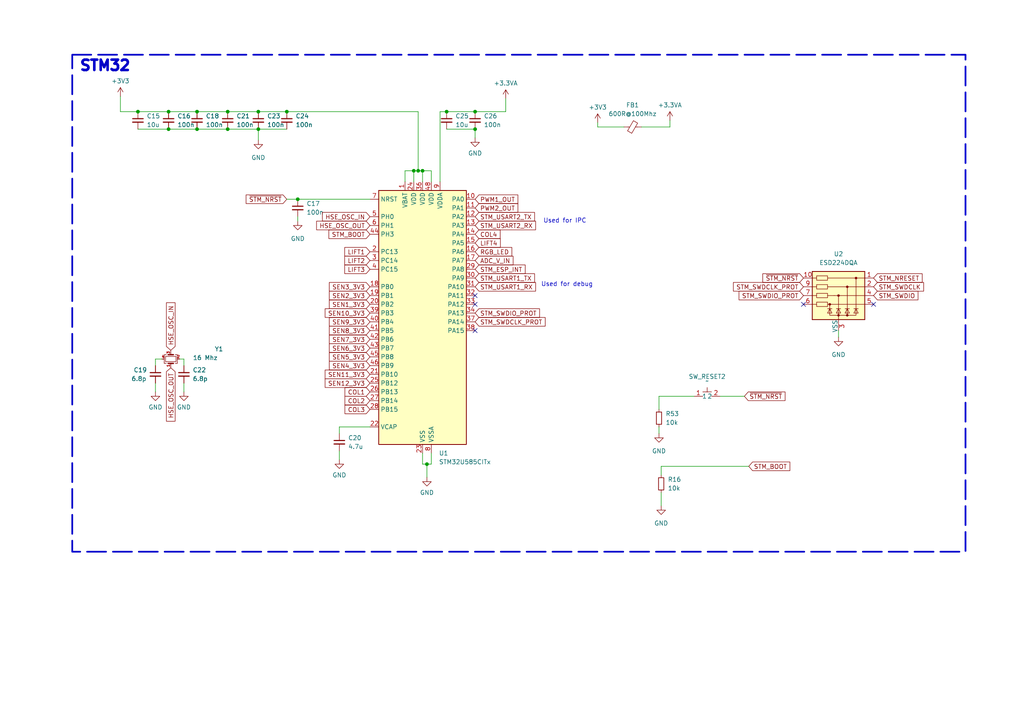
<source format=kicad_sch>
(kicad_sch (version 20231120) (generator "eeschema") (generator_version "8.0")
  (paper "A4")
  (title_block (title "HIRO Samurai - Control Board") (date "2024-06-03") (rev "v1") (company "electrodonkey") (comment 1 "CC-BY-SA 4.0"))
  (lib_symbols
    (symbol "Device:C_Small" (pin_numbers hide) (pin_names (offset 0.254) hide)
      (property "Reference" "C" (at 0.254 1.778 0))
      (property "Value" "C_Small" (at 0.254 -2.032 0))
      (symbol "C_Small_0_1"
        (polyline (pts (xy -1.524 -0.508) (xy 1.524 -0.508)) (stroke (width 0.3302)))
        (polyline (pts (xy -1.524 0.508) (xy 1.524 0.508)) (stroke (width 0.3048)))
      )
      (symbol "C_Small_1_1"
        (pin passive line (at 0 2.54 270) (length 2.032) (name "~") (number "1"))
        (pin passive line (at 0 -2.54 90) (length 2.032) (name "~") (number "2"))
      )
    )
    (symbol "Device:Crystal_GND24_Small" (pin_names (offset 1.016) hide)
      (property "Reference" "Y" (at 1.27 4.445 0))
      (property "Value" "Crystal_GND24_Small" (at 1.27 2.54 0))
      (symbol "Crystal_GND24_Small_0_1"
        (rectangle (start -0.762 -1.524) (end 0.762 1.524))
        (polyline (pts (xy -1.27 -0.762) (xy -1.27 0.762)) (stroke (width 0.381)))
        (polyline (pts (xy 1.27 -0.762) (xy 1.27 0.762)) (stroke (width 0.381)))
        (polyline (pts (xy -1.27 -1.27) (xy -1.27 -1.905) (xy 1.27 -1.905) (xy 1.27 -1.27)))
        (polyline (pts (xy -1.27 1.27) (xy -1.27 1.905) (xy 1.27 1.905) (xy 1.27 1.27)))
      )
      (symbol "Crystal_GND24_Small_1_1"
        (pin passive line (at -2.54 0 0) (length 1.27) (name "1") (number "1"))
        (pin passive line (at 0 -2.54 90) (length 0.635) (name "2") (number "2"))
        (pin passive line (at 2.54 0 180) (length 1.27) (name "3") (number "3"))
        (pin passive line (at 0 2.54 270) (length 0.635) (name "4") (number "4"))
      )
    )
    (symbol "Device:FerriteBead_Small" (pin_numbers hide) (pin_names (offset 0))
      (property "Reference" "FB" (at 1.905 1.27 0))
      (property "Value" "FerriteBead_Small" (at 1.905 -1.27 0))
      (symbol "FerriteBead_Small_0_1"
        (polyline (pts (xy 0 -1.27) (xy 0 -0.7874)))
        (polyline (pts (xy 0 0.889) (xy 0 1.2954)))
        (polyline (pts (xy -1.8288 0.2794) (xy -1.1176 1.4986) (xy 1.8288 -0.2032) (xy 1.1176 -1.4224) (xy -1.8288 0.2794)))
      )
      (symbol "FerriteBead_Small_1_1"
        (pin passive line (at 0 2.54 270) (length 1.27) (name "~") (number "1"))
        (pin passive line (at 0 -2.54 90) (length 1.27) (name "~") (number "2"))
      )
    )
    (symbol "Device:R_Small" (pin_numbers hide) (pin_names (offset 0.254) hide)
      (property "Reference" "R" (at 0.762 0.508 0))
      (property "Value" "R_Small" (at 0.762 -1.016 0))
      (symbol "R_Small_0_1"
        (rectangle (start -0.762 1.778) (end 0.762 -1.778) (stroke (width 0.2032)))
      )
      (symbol "R_Small_1_1"
        (pin passive line (at 0 2.54 270) (length 0.762) (name "~") (number "1"))
        (pin passive line (at 0 -2.54 90) (length 0.762) (name "~") (number "2"))
      )
    )
    (symbol "MCU_ST_STM32U5:STM32U585CITx"
      (property "Reference" "U" (at -12.7 39.37 0))
      (property "Value" "STM32U585CITx" (at 7.62 39.37 0))
      (symbol "STM32U585CITx_0_1"
        (rectangle (start -12.7 -35.56) (end 12.7 38.1) (stroke (width 0.254)) (fill (type background)))
      )
      (symbol "STM32U585CITx_1_1"
        (pin power_in line (at -5.08 40.64 270) (length 2.54) (name "VBAT") (number "1"))
        (pin bidirectional line (at 15.24 35.56 180) (length 2.54) (name "PA0") (number "10"))
        (pin bidirectional line (at 15.24 33.02 180) (length 2.54) (name "PA1") (number "11"))
        (pin bidirectional line (at 15.24 30.48 180) (length 2.54) (name "PA2") (number "12"))
        (pin bidirectional line (at 15.24 27.94 180) (length 2.54) (name "PA3") (number "13"))
        (pin bidirectional line (at 15.24 25.4 180) (length 2.54) (name "PA4") (number "14"))
        (pin bidirectional line (at 15.24 22.86 180) (length 2.54) (name "PA5") (number "15"))
        (pin bidirectional line (at 15.24 20.32 180) (length 2.54) (name "PA6") (number "16"))
        (pin bidirectional line (at 15.24 17.78 180) (length 2.54) (name "PA7") (number "17"))
        (pin bidirectional line (at -15.24 10.16 0) (length 2.54) (name "PB0") (number "18"))
        (pin bidirectional line (at -15.24 7.62 0) (length 2.54) (name "PB1") (number "19"))
        (pin bidirectional line (at -15.24 20.32 0) (length 2.54) (name "PC13") (number "2"))
        (pin bidirectional line (at -15.24 5.08 0) (length 2.54) (name "PB2") (number "20"))
        (pin bidirectional line (at -15.24 -15.24 0) (length 2.54) (name "PB10") (number "21"))
        (pin power_out line (at -15.24 -30.48 0) (length 2.54) (name "VCAP") (number "22"))
        (pin power_in line (at 0 -38.1 90) (length 2.54) (name "VSS") (number "23"))
        (pin power_in line (at -2.54 40.64 270) (length 2.54) (name "VDD") (number "24"))
        (pin bidirectional line (at -15.24 -17.78 0) (length 2.54) (name "PB12") (number "25"))
        (pin bidirectional line (at -15.24 -20.32 0) (length 2.54) (name "PB13") (number "26"))
        (pin bidirectional line (at -15.24 -22.86 0) (length 2.54) (name "PB14") (number "27"))
        (pin bidirectional line (at -15.24 -25.4 0) (length 2.54) (name "PB15") (number "28"))
        (pin bidirectional line (at 15.24 15.24 180) (length 2.54) (name "PA8") (number "29"))
        (pin bidirectional line (at -15.24 17.78 0) (length 2.54) (name "PC14") (number "3"))
        (pin bidirectional line (at 15.24 12.7 180) (length 2.54) (name "PA9") (number "30"))
        (pin bidirectional line (at 15.24 10.16 180) (length 2.54) (name "PA10") (number "31"))
        (pin bidirectional line (at 15.24 7.62 180) (length 2.54) (name "PA11") (number "32"))
        (pin bidirectional line (at 15.24 5.08 180) (length 2.54) (name "PA12") (number "33"))
        (pin bidirectional line (at 15.24 2.54 180) (length 2.54) (name "PA13") (number "34"))
        (pin passive line (at 0 -38.1 90) (length 2.54) hide (name "VSS") (number "35"))
        (pin power_in line (at 0 40.64 270) (length 2.54) (name "VDD") (number "36"))
        (pin bidirectional line (at 15.24 0 180) (length 2.54) (name "PA14") (number "37"))
        (pin bidirectional line (at 15.24 -2.54 180) (length 2.54) (name "PA15") (number "38"))
        (pin bidirectional line (at -15.24 2.54 0) (length 2.54) (name "PB3") (number "39"))
        (pin bidirectional line (at -15.24 15.24 0) (length 2.54) (name "PC15") (number "4"))
        (pin bidirectional line (at -15.24 0 0) (length 2.54) (name "PB4") (number "40"))
        (pin bidirectional line (at -15.24 -2.54 0) (length 2.54) (name "PB5") (number "41"))
        (pin bidirectional line (at -15.24 -5.08 0) (length 2.54) (name "PB6") (number "42"))
        (pin bidirectional line (at -15.24 -7.62 0) (length 2.54) (name "PB7") (number "43"))
        (pin bidirectional line (at -15.24 25.4 0) (length 2.54) (name "PH3") (number "44"))
        (pin bidirectional line (at -15.24 -10.16 0) (length 2.54) (name "PB8") (number "45"))
        (pin bidirectional line (at -15.24 -12.7 0) (length 2.54) (name "PB9") (number "46"))
        (pin passive line (at 0 -38.1 90) (length 2.54) hide (name "VSS") (number "47"))
        (pin power_in line (at 2.54 40.64 270) (length 2.54) (name "VDD") (number "48"))
        (pin bidirectional line (at -15.24 30.48 0) (length 2.54) (name "PH0") (number "5"))
        (pin bidirectional line (at -15.24 27.94 0) (length 2.54) (name "PH1") (number "6"))
        (pin input line (at -15.24 35.56 0) (length 2.54) (name "NRST") (number "7"))
        (pin power_in line (at 2.54 -38.1 90) (length 2.54) (name "VSSA") (number "8"))
        (pin power_in line (at 5.08 40.64 270) (length 2.54) (name "VDDA") (number "9"))
      )
    )
    (symbol "Power_Protection:ESD224DQA" (pin_names (offset 0))
      (property "Reference" "U" (at -0.635 8.255 0))
      (property "Value" "ESD224DQA" (at 8.89 -8.255 0))
      (symbol "ESD224DQA_0_0"
        (polyline (pts (xy -2.54 -5.715) (xy -2.54 2.54)))
        (polyline (pts (xy 0 0) (xy 0 -6.985)))
      )
      (symbol "ESD224DQA_0_1"
        (rectangle (start -7.62 6.985) (end 7.62 -6.985) (stroke (width 0.254)) (fill (type background)))
        (circle (center -5.08 5.08) (radius 0.2794) (fill (type outline)))
        (circle (center -2.54 -5.715) (radius 0.2794) (fill (type outline)))
        (circle (center -2.54 2.54) (radius 0.2794) (fill (type outline)))
        (circle (center 0 -5.715) (radius 0.2794) (fill (type outline)))
        (polyline (pts (xy -7.62 -2.54) (xy 3.175 -2.54)))
        (polyline (pts (xy -7.62 0) (xy 1.27 0)))
        (polyline (pts (xy -7.62 2.54) (xy -5.08 2.54)))
        (polyline (pts (xy -7.62 5.08) (xy -7.62 5.08)))
        (polyline (pts (xy -4.445 -3.81) (xy -5.715 -3.81)))
        (polyline (pts (xy -1.905 -3.81) (xy -3.175 -3.81)))
        (polyline (pts (xy 0 -6.985) (xy 0 -7.62)))
        (polyline (pts (xy 0.635 -3.81) (xy -0.635 -3.81)))
        (polyline (pts (xy 3.175 -3.81) (xy 1.905 -3.81)))
        (polyline (pts (xy 3.175 0) (xy 1.27 0)) (stroke (width 0.1524)))
        (polyline (pts (xy 3.175 5.08) (xy -7.62 5.08)) (stroke (width 0.1524)))
        (polyline (pts (xy 7.62 -2.54) (xy 6.35 -2.54)) (stroke (width 0.1524)))
        (polyline (pts (xy 7.62 0) (xy 6.35 0)) (stroke (width 0.1524)))
        (polyline (pts (xy 7.62 2.54) (xy 6.35 2.54)) (stroke (width 0.1524)))
        (polyline (pts (xy 7.62 5.08) (xy 6.35 5.08)) (stroke (width 0.1524)))
        (polyline (pts (xy -5.08 5.08) (xy -5.08 -5.715) (xy 2.54 -5.715) (xy 2.54 -2.54)) (stroke (width 0.1524)))
        (polyline (pts (xy -4.445 -5.08) (xy -5.715 -5.08) (xy -5.08 -3.81) (xy -4.445 -5.08)))
        (polyline (pts (xy -1.905 -5.08) (xy -3.175 -5.08) (xy -2.54 -3.81) (xy -1.905 -5.08)))
        (polyline (pts (xy 0.635 -5.08) (xy -0.635 -5.08) (xy 0 -3.81) (xy 0.635 -5.08)))
        (polyline (pts (xy 3.175 -5.08) (xy 1.905 -5.08) (xy 2.54 -3.81) (xy 3.175 -5.08)))
        (polyline (pts (xy 3.175 2.54) (xy 0 2.54) (xy 0 2.54) (xy -3.81 2.54) (xy -3.81 2.54) (xy -5.08 2.54)) (stroke (width 0.1524)))
        (circle (center 0 0) (radius 0.2794) (fill (type outline)))
        (circle (center 2.54 -2.54) (radius 0.2794) (fill (type outline)))
        (rectangle (start 3.175 -1.905) (end 6.35 -3.175) (stroke (width 0.1524)))
        (rectangle (start 3.175 0.635) (end 6.35 -0.635) (stroke (width 0.1524)))
        (rectangle (start 3.175 3.175) (end 6.35 1.905) (stroke (width 0.1524)))
        (rectangle (start 3.175 5.715) (end 6.35 4.445) (stroke (width 0.1524)))
      )
      (symbol "ESD224DQA_1_1"
        (pin passive line (at -10.16 5.08 0) (length 2.54) (name "~") (number "1"))
        (pin passive line (at 10.16 5.08 180) (length 2.54) (name "~") (number "10"))
        (pin passive line (at -10.16 2.54 0) (length 2.54) (name "~") (number "2"))
        (pin power_in line (at 0 -10.16 90) (length 2.54) (name "VSS") (number "3"))
        (pin passive line (at -10.16 0 0) (length 2.54) (name "~") (number "4"))
        (pin passive line (at -10.16 -2.54 0) (length 2.54) (name "~") (number "5"))
        (pin passive line (at 10.16 -2.54 180) (length 2.54) (name "~") (number "6"))
        (pin passive line (at 10.16 0 180) (length 2.54) (name "~") (number "7"))
        (pin passive line (at 0 -10.16 90) (length 2.54) hide (name "VSS") (number "8"))
        (pin passive line (at 10.16 2.54 180) (length 2.54) (name "~") (number "9"))
      )
    )
    (symbol "TL1017AABF160QG:SPST_Switch" (pin_names (offset -0.2))
      (property "Reference" "SW1" (at 0 3.81 0))
      (symbol "SPST_Switch_0_1"
        (polyline (pts (xy -1.27 1.27) (xy 1.27 1.27)))
        (polyline (pts (xy 0 1.27) (xy 0 2.54)))
      )
      (symbol "SPST_Switch_1_1"
        (pin input line (at -3.81 0 0) (length 2.54) (name "1") (number "1"))
        (pin output line (at 3.81 0 180) (length 2.54) (name "2") (number "2"))
      )
    )
    (symbol "power:+3.3VA" (power) (pin_names (offset 0))
      (property "Value" "+3.3VA" (at 0 3.556 0))
      (symbol "+3.3VA_0_1"
        (polyline (pts (xy -0.762 1.27) (xy 0 2.54)))
        (polyline (pts (xy 0 0) (xy 0 2.54)))
        (polyline (pts (xy 0 2.54) (xy 0.762 1.27)))
      )
      (symbol "+3.3VA_1_1"
        (pin power_in line (at 0 0 90) (length 0) hide (name "+3.3VA") (number "1"))
      )
    )
    (symbol "power:+3V3" (power) (pin_names (offset 0))
      (property "Value" "+3V3" (at 0 3.556 0))
      (symbol "+3V3_0_1"
        (polyline (pts (xy -0.762 1.27) (xy 0 2.54)))
        (polyline (pts (xy 0 0) (xy 0 2.54)))
        (polyline (pts (xy 0 2.54) (xy 0.762 1.27)))
      )
      (symbol "+3V3_1_1"
        (pin power_in line (at 0 0 90) (length 0) hide (name "+3V3") (number "1"))
      )
    )
    (symbol "power:GND" (power) (pin_names (offset 0))
      (property "Value" "GND" (at 0 -3.81 0))
      (symbol "GND_0_1"
        (polyline (pts (xy 0 0) (xy 0 -1.27) (xy 1.27 -1.27) (xy 0 -2.54) (xy -1.27 -1.27) (xy 0 -1.27)))
      )
      (symbol "GND_1_1"
        (pin power_in line (at 0 0 270) (length 0) hide (name "GND") (number "1"))
      )
    )
  )
  (junction (at 74.93 32.385))
  (junction (at 66.04 37.465))
  (junction (at 137.795 32.385))
  (junction (at 57.15 37.465))
  (junction (at 122.555 49.53))
  (junction (at 83.185 32.385))
  (junction (at 121.285 49.53))
  (junction (at 129.54 32.385))
  (junction (at 48.895 32.385))
  (junction (at 48.895 37.465))
  (junction (at 40.005 32.385))
  (junction (at 123.825 134.62))
  (junction (at 74.93 37.465))
  (junction (at 57.15 32.385))
  (junction (at 86.36 57.785))
  (junction (at 66.04 32.385))
  (junction (at 137.795 37.465))
  (junction (at 120.015 49.53))
  (no_connect (at 253.365 88.265))
  (no_connect (at 137.795 85.725))
  (no_connect (at 137.795 88.265))
  (no_connect (at 137.795 95.885))
  (no_connect (at 233.045 88.265))
  (wire (pts (xy 48.895 37.465) (xy 57.15 37.465)))
  (wire (pts (xy 74.93 37.465) (xy 83.185 37.465)))
  (wire (pts (xy 117.475 52.705) (xy 117.475 49.53)))
  (wire (pts (xy 34.925 27.94) (xy 34.925 32.385)))
  (wire (pts (xy 40.005 37.465) (xy 48.895 37.465)))
  (wire (pts (xy 45.085 111.125) (xy 45.085 113.665)))
  (wire (pts (xy 34.925 32.385) (xy 40.005 32.385)))
  (wire (pts (xy 57.15 37.465) (xy 66.04 37.465)))
  (wire (pts (xy 66.04 32.385) (xy 74.93 32.385)))
  (wire (pts (xy 120.015 49.53) (xy 121.285 49.53)))
  (wire (pts (xy 125.095 134.62) (xy 125.095 131.445)))
  (wire (pts (xy 123.825 134.62) (xy 125.095 134.62)))
  (wire (pts (xy 122.555 134.62) (xy 123.825 134.62)))
  (wire (pts (xy 191.135 123.825) (xy 191.135 125.73)))
  (wire (pts (xy 40.005 32.385) (xy 48.895 32.385)))
  (wire (pts (xy 83.185 57.785) (xy 86.36 57.785)))
  (wire (pts (xy 146.685 28.575) (xy 146.685 32.385)))
  (wire (pts (xy 98.425 125.73) (xy 98.425 123.825)))
  (wire (pts (xy 45.085 104.14) (xy 46.99 104.14)))
  (wire (pts (xy 48.895 32.385) (xy 57.15 32.385)))
  (wire (pts (xy 52.07 104.14) (xy 53.34 104.14)))
  (wire (pts (xy 122.555 131.445) (xy 122.555 134.62)))
  (wire (pts (xy 86.36 57.785) (xy 107.315 57.785)))
  (wire (pts (xy 137.795 37.465) (xy 137.795 40.005)))
  (wire (pts (xy 129.54 37.465) (xy 137.795 37.465)))
  (wire (pts (xy 66.04 37.465) (xy 74.93 37.465)))
  (wire (pts (xy 208.915 114.935) (xy 215.9 114.935)))
  (wire (pts (xy 127.635 32.385) (xy 127.635 52.705)))
  (wire (pts (xy 129.54 32.385) (xy 127.635 32.385)))
  (wire (pts (xy 57.15 32.385) (xy 66.04 32.385)))
  (wire (pts (xy 243.205 95.885) (xy 243.205 97.79)))
  (wire (pts (xy 121.285 49.53) (xy 122.555 49.53)))
  (wire (pts (xy 173.355 35.56) (xy 173.355 36.83)))
  (wire (pts (xy 137.795 32.385) (xy 146.685 32.385)))
  (wire (pts (xy 53.34 104.14) (xy 53.34 106.045)))
  (wire (pts (xy 53.34 111.125) (xy 53.34 113.665)))
  (wire (pts (xy 98.425 123.825) (xy 107.315 123.825)))
  (wire (pts (xy 129.54 32.385) (xy 137.795 32.385)))
  (wire (pts (xy 74.93 37.465) (xy 74.93 40.64)))
  (wire (pts (xy 125.095 49.53) (xy 125.095 52.705)))
  (wire (pts (xy 123.825 138.43) (xy 123.825 134.62)))
  (wire (pts (xy 191.135 114.935) (xy 191.135 118.745)))
  (wire (pts (xy 191.77 142.875) (xy 191.77 146.685)))
  (wire (pts (xy 191.77 135.255) (xy 217.17 135.255)))
  (wire (pts (xy 194.31 34.925) (xy 194.31 36.83)))
  (wire (pts (xy 45.085 106.045) (xy 45.085 104.14)))
  (wire (pts (xy 120.015 49.53) (xy 120.015 52.705)))
  (wire (pts (xy 98.425 130.81) (xy 98.425 133.35)))
  (wire (pts (xy 121.285 32.385) (xy 121.285 49.53)))
  (wire (pts (xy 173.355 36.83) (xy 180.975 36.83)))
  (wire (pts (xy 122.555 49.53) (xy 122.555 52.705)))
  (wire (pts (xy 74.93 32.385) (xy 83.185 32.385)))
  (wire (pts (xy 83.185 32.385) (xy 121.285 32.385)))
  (wire (pts (xy 191.135 114.935) (xy 201.295 114.935)))
  (wire (pts (xy 191.77 137.795) (xy 191.77 135.255)))
  (wire (pts (xy 117.475 49.53) (xy 120.015 49.53)))
  (wire (pts (xy 194.31 36.83) (xy 186.055 36.83)))
  (wire (pts (xy 86.36 62.865) (xy 86.36 64.135)))
  (wire (pts (xy 122.555 49.53) (xy 125.095 49.53)))
  (rectangle (start 20.955 15.875) (end 280.035 160.02) (stroke (width 0.5) (type dash)))
  (text "Used for IPC" (at 163.83 64.135 0) (effects (font (size 1.27 1.27))))
  (text "Used for debug" (at 164.465 82.55 0) (effects (font (size 1.27 1.27))))
  (text "STM32" (at 22.86 20.955 0) (effects (font (size 3 3) (thickness 1) (bold yes)) (justify left bottom)))
  (global_label "PWM2_OUT" (shape input) (at 137.795 60.325 0) (property "Intersheetrefs" "${INTERSHEET_REFS}" (effects (hide yes))))
  (global_label "COL1" (shape input) (at 107.315 113.665 180) (property "Intersheetrefs" "${INTERSHEET_REFS}" (effects (hide yes))))
  (global_label "STM_USART2_TX" (shape input) (at 137.795 62.865 0) (property "Intersheetrefs" "${INTERSHEET_REFS}" (effects (hide yes))))
  (global_label "SEN8_3V3" (shape input) (at 107.315 95.885 180) (property "Intersheetrefs" "${INTERSHEET_REFS}" (effects (hide yes))))
  (global_label "LIFT3" (shape input) (at 107.315 78.105 180) (property "Intersheetrefs" "${INTERSHEET_REFS}" (effects (hide yes))))
  (global_label "SEN12_3V3" (shape input) (at 107.315 111.125 180) (property "Intersheetrefs" "${INTERSHEET_REFS}" (effects (hide yes))))
  (global_label "SEN2_3V3" (shape input) (at 107.315 85.725 180) (property "Intersheetrefs" "${INTERSHEET_REFS}" (effects (hide yes))))
  (global_label "STM_ESP_INT" (shape input) (at 137.795 78.105 0) (property "Intersheetrefs" "${INTERSHEET_REFS}" (effects (hide yes))))
  (global_label "STM_SWDCLK_PROT" (shape input) (at 137.795 93.345 0) (property "Intersheetrefs" "${INTERSHEET_REFS}" (effects (hide yes))))
  (global_label "STM_USART1_TX" (shape input) (at 137.795 80.645 0) (property "Intersheetrefs" "${INTERSHEET_REFS}" (effects (hide yes))))
  (global_label "STM_SWDIO" (shape input) (at 253.365 85.725 0) (property "Intersheetrefs" "${INTERSHEET_REFS}" (effects (hide yes))))
  (global_label "~{STM_NRST}" (shape input) (at 83.185 57.785 180) (property "Intersheetrefs" "${INTERSHEET_REFS}" (effects (hide yes))))
  (global_label "SEN7_3V3" (shape input) (at 107.315 98.425 180) (property "Intersheetrefs" "${INTERSHEET_REFS}" (effects (hide yes))))
  (global_label "COL4" (shape input) (at 137.795 67.945 0) (property "Intersheetrefs" "${INTERSHEET_REFS}" (effects (hide yes))))
  (global_label "SEN1_3V3" (shape input) (at 107.315 88.265 180) (property "Intersheetrefs" "${INTERSHEET_REFS}" (effects (hide yes))))
  (global_label "RGB_LED" (shape input) (at 137.795 73.025 0) (property "Intersheetrefs" "${INTERSHEET_REFS}" (effects (hide yes))))
  (global_label "STM_SWDIO_PROT" (shape input) (at 233.045 85.725 180) (property "Intersheetrefs" "${INTERSHEET_REFS}" (effects (hide yes))))
  (global_label "SEN10_3V3" (shape input) (at 107.315 90.805 180) (property "Intersheetrefs" "${INTERSHEET_REFS}" (effects (hide yes))))
  (global_label "STM_NRESET" (shape input) (at 253.365 80.645 0) (property "Intersheetrefs" "${INTERSHEET_REFS}" (effects (hide yes))))
  (global_label "ADC_V_IN" (shape input) (at 137.795 75.565 0) (property "Intersheetrefs" "${INTERSHEET_REFS}" (effects (hide yes))))
  (global_label "STM_BOOT" (shape input) (at 107.315 67.945 180) (property "Intersheetrefs" "${INTERSHEET_REFS}" (effects (hide yes))))
  (global_label "~{STM_NRST}" (shape input) (at 233.045 80.645 180) (property "Intersheetrefs" "${INTERSHEET_REFS}" (effects (hide yes))))
  (global_label "STM_USART2_RX" (shape input) (at 137.795 65.405 0) (property "Intersheetrefs" "${INTERSHEET_REFS}" (effects (hide yes))))
  (global_label "LIFT2" (shape input) (at 107.315 75.565 180) (property "Intersheetrefs" "${INTERSHEET_REFS}" (effects (hide yes))))
  (global_label "SEN4_3V3" (shape input) (at 107.315 106.045 180) (property "Intersheetrefs" "${INTERSHEET_REFS}" (effects (hide yes))))
  (global_label "HSE_OSC_IN" (shape input) (at 49.53 101.6 90) (property "Intersheetrefs" "${INTERSHEET_REFS}" (effects (hide yes))))
  (global_label "HSE_OSC_IN" (shape input) (at 107.315 62.865 180) (property "Intersheetrefs" "${INTERSHEET_REFS}" (effects (hide yes))))
  (global_label "HSE_OSC_OUT" (shape input) (at 49.53 106.68 270) (property "Intersheetrefs" "${INTERSHEET_REFS}" (effects (hide yes))))
  (global_label "SEN5_3V3" (shape input) (at 107.315 103.505 180) (property "Intersheetrefs" "${INTERSHEET_REFS}" (effects (hide yes))))
  (global_label "SEN6_3V3" (shape input) (at 107.315 100.965 180) (property "Intersheetrefs" "${INTERSHEET_REFS}" (effects (hide yes))))
  (global_label "STM_SWDIO_PROT" (shape input) (at 137.795 90.805 0) (property "Intersheetrefs" "${INTERSHEET_REFS}" (effects (hide yes))))
  (global_label "~{STM_NRST}" (shape input) (at 215.9 114.935 0) (property "Intersheetrefs" "${INTERSHEET_REFS}" (effects (hide yes))))
  (global_label "LIFT1" (shape input) (at 107.315 73.025 180) (property "Intersheetrefs" "${INTERSHEET_REFS}" (effects (hide yes))))
  (global_label "COL3" (shape input) (at 107.315 118.745 180) (property "Intersheetrefs" "${INTERSHEET_REFS}" (effects (hide yes))))
  (global_label "SEN3_3V3" (shape input) (at 107.315 83.185 180) (property "Intersheetrefs" "${INTERSHEET_REFS}" (effects (hide yes))))
  (global_label "LIFT4" (shape input) (at 137.795 70.485 0) (property "Intersheetrefs" "${INTERSHEET_REFS}" (effects (hide yes))))
  (global_label "COL2" (shape input) (at 107.315 116.205 180) (property "Intersheetrefs" "${INTERSHEET_REFS}" (effects (hide yes))))
  (global_label "STM_SWDCLK" (shape input) (at 253.365 83.185 0) (property "Intersheetrefs" "${INTERSHEET_REFS}" (effects (hide yes))))
  (global_label "PWM1_OUT" (shape input) (at 137.795 57.785 0) (property "Intersheetrefs" "${INTERSHEET_REFS}" (effects (hide yes))))
  (global_label "SEN11_3V3" (shape input) (at 107.315 108.585 180) (property "Intersheetrefs" "${INTERSHEET_REFS}" (effects (hide yes))))
  (global_label "STM_BOOT" (shape input) (at 217.17 135.255 0) (property "Intersheetrefs" "${INTERSHEET_REFS}" (effects (hide yes))))
  (global_label "STM_SWDCLK_PROT" (shape input) (at 233.045 83.185 180) (property "Intersheetrefs" "${INTERSHEET_REFS}" (effects (hide yes))))
  (global_label "STM_USART1_RX" (shape input) (at 137.795 83.185 0) (property "Intersheetrefs" "${INTERSHEET_REFS}" (effects (hide yes))))
  (global_label "SEN9_3V3" (shape input) (at 107.315 93.345 180) (property "Intersheetrefs" "${INTERSHEET_REFS}" (effects (hide yes))))
  (global_label "HSE_OSC_OUT" (shape input) (at 107.315 65.405 180) (property "Intersheetrefs" "${INTERSHEET_REFS}" (effects (hide yes))))
  (symbol (lib_id "power:GND") (at 45.085 113.665 0) (unit 1)
    (property "Reference" "#PWR059" (effects (hide yes)))
    (property "Value" "GND" (at 45.085 118.11 0))
  )
  (symbol (lib_id "Device:C_Small") (at 53.34 108.585 0) (unit 1)
    (property "Reference" "C22" (at 55.88 107.3213 0) (effects (justify left)))
    (property "Value" "6.8p" (at 55.88 109.8613 0) (effects (justify left)))
    (property "Footprint" "Capacitor_SMD:C_0402_1005Metric_Pad0.74x0.62mm_HandSolder" (effects (hide yes)))
  )
  (symbol (lib_id "power:+3V3") (at 173.355 35.56 0) (unit 1)
    (property "Reference" "#PWR071" (effects (hide yes)))
    (property "Value" "+3V3" (at 173.355 31.115 0))
  )
  (symbol (lib_id "Device:C_Small") (at 74.93 34.925 0) (unit 1)
    (property "Reference" "C23" (at 77.47 33.6613 0) (effects (justify left)))
    (property "Value" "100n" (at 77.47 36.2013 0) (effects (justify left)))
    (property "Footprint" "Capacitor_SMD:C_0603_1608Metric_Pad1.08x0.95mm_HandSolder" (effects (hide yes)))
  )
  (symbol (lib_id "Device:C_Small") (at 98.425 128.27 0) (unit 1)
    (property "Reference" "C20" (at 100.965 127.0063 0) (effects (justify left)))
    (property "Value" "4.7u" (at 100.965 129.5463 0) (effects (justify left)))
    (property "Footprint" "Capacitor_SMD:C_0603_1608Metric_Pad1.08x0.95mm_HandSolder" (effects (hide yes)))
  )
  (symbol (lib_id "power:GND") (at 123.825 138.43 0) (unit 1)
    (property "Reference" "#PWR064" (effects (hide yes)))
    (property "Value" "GND" (at 123.825 142.875 0))
  )
  (symbol (lib_id "TL1017AABF160QG:SPST_Switch") (at 205.105 114.935 0) (unit 1)
    (property "Reference" "SW_RESET2" (at 205.105 109.22 0))
    (property "Value" "~" (at 205.105 110.49 0))
    (property "Footprint" "hiro_sumo:TL1017AABF160QG" (effects (hide yes)))
    (property "Purchase-URL" "https://ro.mouser.com/ProductDetail/E-Switch/TL1017AABF160QG?qs=9vOqFld9vZWEDSBQD0ZM5A%3D%3D" (effects (hide yes)))
    (property "mfg" "TL1017AABF160QG" (effects (hide yes)))
  )
  (symbol (lib_id "power:GND") (at 243.205 97.79 0) (unit 1)
    (property "Reference" "#PWR075" (effects (hide yes)))
    (property "Value" "GND" (at 243.205 102.87 0))
  )
  (symbol (lib_id "Device:C_Small") (at 40.005 34.925 0) (unit 1)
    (property "Reference" "C15" (at 42.545 33.6613 0) (effects (justify left)))
    (property "Value" "10u" (at 42.545 36.2013 0) (effects (justify left)))
    (property "Footprint" "Capacitor_SMD:C_0603_1608Metric_Pad1.08x0.95mm_HandSolder" (effects (hide yes)))
  )
  (symbol (lib_id "Device:C_Small") (at 86.36 60.325 0) (unit 1)
    (property "Reference" "C17" (at 88.9 59.0613 0) (effects (justify left)))
    (property "Value" "100n" (at 88.9 61.6013 0) (effects (justify left)))
    (property "Footprint" "Capacitor_SMD:C_0402_1005Metric_Pad0.74x0.62mm_HandSolder" (effects (hide yes)))
  )
  (symbol (lib_id "Device:Crystal_GND24_Small") (at 49.53 104.14 90) (unit 1)
    (property "Reference" "Y1" (at 63.5 101.2257 90))
    (property "Value" "16 Mhz		" (at 63.5 103.7657 90))
    (property "Footprint" "Crystal:Crystal_SMD_2016-4Pin_2.0x1.6mm" (effects (hide yes)))
    (property "mfg" " ECS-160-8-37-CWY-TR3" (effects (hide yes)))
  )
  (symbol (lib_id "power:+3.3VA") (at 194.31 34.925 0) (unit 1)
    (property "Reference" "#PWR072" (effects (hide yes)))
    (property "Value" "+3.3VA" (at 194.31 30.48 0))
  )
  (symbol (lib_id "Device:C_Small") (at 45.085 108.585 0) (unit 1)
    (property "Reference" "C19" (at 38.735 107.315 0) (effects (justify left)))
    (property "Value" "6.8p" (at 38.1 109.855 0) (effects (justify left)))
    (property "Footprint" "Capacitor_SMD:C_0402_1005Metric_Pad0.74x0.62mm_HandSolder" (effects (hide yes)))
  )
  (symbol (lib_id "power:GND") (at 74.93 40.64 0) (unit 1)
    (property "Reference" "#PWR062" (effects (hide yes)))
    (property "Value" "GND" (at 74.93 45.72 0))
  )
  (symbol (lib_id "Device:FerriteBead_Small") (at 183.515 36.83 90) (unit 1)
    (property "Reference" "FB1" (at 183.4769 30.48 90))
    (property "Value" "600R@100Mhz" (at 183.4769 33.02 90))
    (property "Footprint" "Inductor_SMD:L_0603_1608Metric_Pad1.05x0.95mm_HandSolder" (effects (hide yes)))
  )
  (symbol (lib_id "power:GND") (at 98.425 133.35 0) (unit 1)
    (property "Reference" "#PWR060" (effects (hide yes)))
    (property "Value" "GND" (at 98.425 137.795 0))
  )
  (symbol (lib_id "power:+3V3") (at 34.925 27.94 0) (unit 1)
    (property "Reference" "#PWR057" (effects (hide yes)))
    (property "Value" "+3V3" (at 34.925 23.495 0))
  )
  (symbol (lib_id "power:GND") (at 191.77 146.685 0) (unit 1)
    (property "Reference" "#PWR0166" (effects (hide yes)))
    (property "Value" "GND" (at 191.77 151.765 0))
  )
  (symbol (lib_id "Device:R_Small") (at 191.135 121.285 0) (unit 1)
    (property "Reference" "R53" (at 193.04 120.015 0) (effects (justify left)))
    (property "Value" "10k" (at 193.04 122.555 0) (effects (justify left)))
    (property "Footprint" "Resistor_SMD:R_0402_1005Metric_Pad0.72x0.64mm_HandSolder" (effects (hide yes)))
  )
  (symbol (lib_id "power:GND") (at 53.34 113.665 0) (unit 1)
    (property "Reference" "#PWR061" (effects (hide yes)))
    (property "Value" "GND" (at 53.34 118.11 0))
  )
  (symbol (lib_id "Device:R_Small") (at 191.77 140.335 0) (unit 1)
    (property "Reference" "R16" (at 193.675 139.065 0) (effects (justify left)))
    (property "Value" "10k" (at 193.675 141.605 0) (effects (justify left)))
    (property "Footprint" "Resistor_SMD:R_0402_1005Metric_Pad0.72x0.64mm_HandSolder" (effects (hide yes)))
  )
  (symbol (lib_id "Device:C_Small") (at 66.04 34.925 0) (unit 1)
    (property "Reference" "C21" (at 68.58 33.6613 0) (effects (justify left)))
    (property "Value" "100n" (at 68.58 36.2013 0) (effects (justify left)))
    (property "Footprint" "Capacitor_SMD:C_0603_1608Metric_Pad1.08x0.95mm_HandSolder" (effects (hide yes)))
  )
  (symbol (lib_id "MCU_ST_STM32U5:STM32U585CITx") (at 122.555 93.345 0) (unit 1)
    (property "Reference" "U1" (at 127.2891 131.445 0) (effects (justify left)))
    (property "Value" "STM32U585CITx" (at 127.2891 133.985 0) (effects (justify left)))
    (property "Footprint" "Package_QFP:LQFP-48_7x7mm_P0.5mm" (effects (hide yes)))
    (property "Datasheet" "https://www.st.com/resource/en/datasheet/stm32u585ci.pdf" (effects (hide yes)))
    (property "Description" "STMicroelectronics Arm Cortex-M33 MCU, 2048KB flash, 786KB RAM, 160 MHz, 1.71-3.6V, 37 GPIO, LQFP48" (effects (hide yes)))
  )
  (symbol (lib_id "power:GND") (at 191.135 125.73 0) (unit 1)
    (property "Reference" "#PWR070" (effects (hide yes)))
    (property "Value" "GND" (at 191.135 130.81 0))
  )
  (symbol (lib_id "Device:C_Small") (at 57.15 34.925 0) (unit 1)
    (property "Reference" "C18" (at 59.69 33.6613 0) (effects (justify left)))
    (property "Value" "100n" (at 59.69 36.2013 0) (effects (justify left)))
    (property "Footprint" "Capacitor_SMD:C_0603_1608Metric_Pad1.08x0.95mm_HandSolder" (effects (hide yes)))
  )
  (symbol (lib_id "Device:C_Small") (at 83.185 34.925 0) (unit 1)
    (property "Reference" "C24" (at 85.725 33.6613 0) (effects (justify left)))
    (property "Value" "100n" (at 85.725 36.2013 0) (effects (justify left)))
    (property "Footprint" "Capacitor_SMD:C_0603_1608Metric_Pad1.08x0.95mm_HandSolder" (effects (hide yes)))
  )
  (symbol (lib_id "Device:C_Small") (at 137.795 34.925 0) (unit 1)
    (property "Reference" "C26" (at 140.335 33.6613 0) (effects (justify left)))
    (property "Value" "100n" (at 140.335 36.2013 0) (effects (justify left)))
    (property "Footprint" "Capacitor_SMD:C_0603_1608Metric_Pad1.08x0.95mm_HandSolder" (effects (hide yes)))
  )
  (symbol (lib_id "power:+3.3VA") (at 146.685 28.575 0) (unit 1)
    (property "Reference" "#PWR069" (effects (hide yes)))
    (property "Value" "+3.3VA" (at 146.685 24.13 0))
  )
  (symbol (lib_id "Device:C_Small") (at 129.54 34.925 0) (unit 1)
    (property "Reference" "C25" (at 132.08 33.6613 0) (effects (justify left)))
    (property "Value" "10u" (at 132.08 36.2013 0) (effects (justify left)))
    (property "Footprint" "Capacitor_SMD:C_0603_1608Metric_Pad1.08x0.95mm_HandSolder" (effects (hide yes)))
  )
  (symbol (lib_id "Device:C_Small") (at 48.895 34.925 0) (unit 1)
    (property "Reference" "C16" (at 51.435 33.6613 0) (effects (justify left)))
    (property "Value" "100n" (at 51.435 36.2013 0) (effects (justify left)))
    (property "Footprint" "Capacitor_SMD:C_0603_1608Metric_Pad1.08x0.95mm_HandSolder" (effects (hide yes)))
  )
  (symbol (lib_id "power:GND") (at 137.795 40.005 0) (unit 1)
    (property "Reference" "#PWR068" (effects (hide yes)))
    (property "Value" "GND" (at 137.795 44.45 0))
  )
  (symbol (lib_id "power:GND") (at 86.36 64.135 0) (unit 1)
    (property "Reference" "#PWR058" (effects (hide yes)))
    (property "Value" "GND" (at 86.36 69.215 0))
  )
  (symbol (lib_id "Power_Protection:ESD224DQA") (at 243.205 85.725 0) (mirror y) (unit 1)
    (property "Reference" "U2" (at 243.205 73.66 0))
    (property "Value" "ESD224DQA" (at 243.205 76.2 0))
    (property "Footprint" "Package_DFN_QFN:Diodes_UDFN-10_1.0x2.5mm_P0.5mm" (effects (hide yes)))
    (property "Datasheet" "https://www.ti.com/lit/ds/symlink/esd224.pdf" (effects (hide yes)))
    (property "Description" "4-Channel Low Capacitance TVS Diode Array, USON-10" (effects (hide yes)))
    (property "mfg" "ESD224DQAR " (effects (hide yes)))
  )
)
</source>
